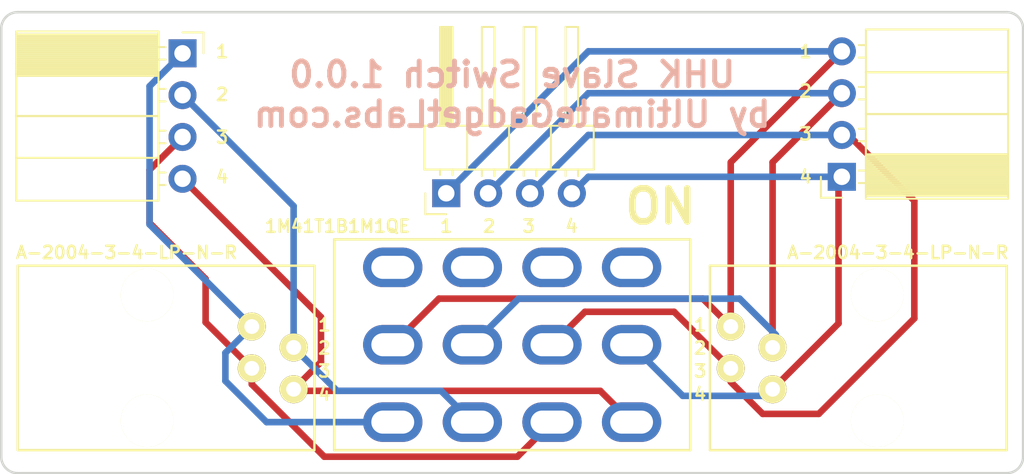
<source format=kicad_pcb>
(kicad_pcb (version 20170123) (host pcbnew no-vcs-found-33cc7b3~60~ubuntu16.04.1)

  (general
    (thickness 1.6)
    (drawings 33)
    (tracks 61)
    (zones 0)
    (modules 6)
    (nets 9)
  )

  (page A4)
  (title_block
    (title "UHK slave switch")
    (rev 1.0.0)
    (company "Ultimate Gadget Laboratories Kft.")
  )

  (layers
    (0 F.Cu signal)
    (31 B.Cu signal)
    (32 B.Adhes user)
    (33 F.Adhes user)
    (34 B.Paste user)
    (35 F.Paste user)
    (36 B.SilkS user)
    (37 F.SilkS user)
    (38 B.Mask user)
    (39 F.Mask user)
    (40 Dwgs.User user)
    (41 Cmts.User user)
    (42 Eco1.User user)
    (43 Eco2.User user)
    (44 Edge.Cuts user)
    (45 Margin user)
    (46 B.CrtYd user)
    (47 F.CrtYd user)
    (48 B.Fab user)
    (49 F.Fab user)
  )

  (setup
    (last_trace_width 0.4)
    (trace_clearance 0.4)
    (zone_clearance 0.508)
    (zone_45_only no)
    (trace_min 0.2)
    (segment_width 0.2)
    (edge_width 0.15)
    (via_size 0.8)
    (via_drill 0.4)
    (via_min_size 0.4)
    (via_min_drill 0.3)
    (uvia_size 0.3)
    (uvia_drill 0.1)
    (uvias_allowed no)
    (uvia_min_size 0.2)
    (uvia_min_drill 0.1)
    (pcb_text_width 0.3)
    (pcb_text_size 1.5 1.5)
    (mod_edge_width 0.15)
    (mod_text_size 1 1)
    (mod_text_width 0.15)
    (pad_size 1.524 1.524)
    (pad_drill 0.762)
    (pad_to_mask_clearance 0.2)
    (aux_axis_origin 0 0)
    (visible_elements FFFFFF7F)
    (pcbplotparams
      (layerselection 0x010f0_ffffffff)
      (usegerberextensions false)
      (usegerberattributes true)
      (usegerberadvancedattributes true)
      (creategerberjobfile true)
      (excludeedgelayer true)
      (linewidth 0.100000)
      (plotframeref false)
      (viasonmask false)
      (mode 1)
      (useauxorigin false)
      (hpglpennumber 1)
      (hpglpenspeed 20)
      (hpglpendiameter 15)
      (psnegative false)
      (psa4output false)
      (plotreference true)
      (plotvalue true)
      (plotinvisibletext false)
      (padsonsilk false)
      (subtractmaskfromsilk true)
      (outputformat 1)
      (mirror false)
      (drillshape 0)
      (scaleselection 1)
      (outputdirectory gerbers))
  )

  (net 0 "")
  (net 1 "Net-(P1-Pad4)")
  (net 2 "Net-(P1-Pad2)")
  (net 3 "Net-(P1-Pad3)")
  (net 4 "Net-(P1-Pad1)")
  (net 5 "Net-(P2-Pad1)")
  (net 6 "Net-(P2-Pad3)")
  (net 7 "Net-(P2-Pad2)")
  (net 8 "Net-(P2-Pad4)")

  (net_class Default "This is the default net class."
    (clearance 0.4)
    (trace_width 0.4)
    (via_dia 0.8)
    (via_drill 0.4)
    (uvia_dia 0.3)
    (uvia_drill 0.1)
    (add_net "Net-(P1-Pad1)")
    (add_net "Net-(P1-Pad2)")
    (add_net "Net-(P1-Pad3)")
    (add_net "Net-(P1-Pad4)")
    (add_net "Net-(P2-Pad1)")
    (add_net "Net-(P2-Pad2)")
    (add_net "Net-(P2-Pad3)")
    (add_net "Net-(P2-Pad4)")
  )

  (module UGL:4P4C_Jack_A-2004-3-4-LP-N-R (layer F.Cu) (tedit 59C04029) (tstamp 59C0E617)
    (at 115 103 270)
    (descr "4P4C  jack")
    (path /59C024F1)
    (fp_text reference P1 (at 0 -19.25 270) (layer F.SilkS) hide
      (effects (font (size 0.75 0.75) (thickness 0.15)))
    )
    (fp_text value CONN_4 (at 0 1.2 270) (layer F.SilkS) hide
      (effects (font (size 0.75 0.75) (thickness 0.15)))
    )
    (fp_line (start 5.6 0) (end 5.6 -18) (layer F.SilkS) (width 0.15))
    (fp_line (start 5.59 -18) (end -5.59 -18) (layer F.SilkS) (width 0.15))
    (fp_line (start -5.6 -18) (end -5.6 0) (layer F.SilkS) (width 0.15))
    (fp_line (start -5.59 0) (end 5.59 0) (layer F.SilkS) (width 0.15))
    (fp_circle (center -1.905 -14.23) (end -3.905 -14.23) (layer Eco1.User) (width 0.01))
    (fp_circle (center 0.635 -14.23) (end 2.635 -14.23) (layer Eco1.User) (width 0.01))
    (fp_circle (center 1.905 -16.77) (end 3.905 -16.77) (layer Eco1.User) (width 0.01))
    (fp_circle (center -0.635 -16.77) (end -2.635 -16.77) (layer Eco1.User) (width 0.01))
    (pad "" np_thru_hole circle (at -3.82 -7.85 270) (size 3.2 3.2) (drill 3.2) (layers *.Cu *.Mask F.SilkS))
    (pad "" np_thru_hole circle (at 3.82 -7.85 270) (size 3.2 3.2) (drill 3.2) (layers *.Cu *.Mask F.SilkS))
    (pad 4 thru_hole circle (at -1.905 -14.2 270) (size 1.7 1.7) (drill 0.9) (layers *.Cu *.Mask F.SilkS)
      (net 1 "Net-(P1-Pad4)"))
    (pad 2 thru_hole circle (at 0.635 -14.2 270) (size 1.7 1.7) (drill 0.9) (layers *.Cu *.Mask F.SilkS)
      (net 2 "Net-(P1-Pad2)"))
    (pad 3 thru_hole circle (at -0.635 -16.74 270) (size 1.7 1.7) (drill 0.9) (layers *.Cu *.Mask F.SilkS)
      (net 3 "Net-(P1-Pad3)"))
    (pad 1 thru_hole circle (at 1.905 -16.74 270) (size 1.7 1.7) (drill 0.9) (layers *.Cu *.Mask F.SilkS)
      (net 4 "Net-(P1-Pad1)"))
  )

  (module UGL:4P4C_Jack_A-2004-3-4-LP-N-R (layer F.Cu) (tedit 59C0402D) (tstamp 59C0E629)
    (at 175 103 90)
    (descr "4P4C  jack")
    (path /59C02A2E)
    (fp_text reference P2 (at 0 -19.25 90) (layer F.SilkS) hide
      (effects (font (size 0.75 0.75) (thickness 0.15)))
    )
    (fp_text value CONN_4 (at 0 1.2 90) (layer F.SilkS) hide
      (effects (font (size 0.75 0.75) (thickness 0.15)))
    )
    (fp_circle (center -0.635 -16.77) (end -2.635 -16.77) (layer Eco1.User) (width 0.01))
    (fp_circle (center 1.905 -16.77) (end 3.905 -16.77) (layer Eco1.User) (width 0.01))
    (fp_circle (center 0.635 -14.23) (end 2.635 -14.23) (layer Eco1.User) (width 0.01))
    (fp_circle (center -1.905 -14.23) (end -3.905 -14.23) (layer Eco1.User) (width 0.01))
    (fp_line (start -5.59 0) (end 5.59 0) (layer F.SilkS) (width 0.15))
    (fp_line (start -5.6 -18) (end -5.6 0) (layer F.SilkS) (width 0.15))
    (fp_line (start 5.59 -18) (end -5.59 -18) (layer F.SilkS) (width 0.15))
    (fp_line (start 5.6 0) (end 5.6 -18) (layer F.SilkS) (width 0.15))
    (pad 1 thru_hole circle (at 1.905 -16.74 90) (size 1.7 1.7) (drill 0.9) (layers *.Cu *.Mask F.SilkS)
      (net 5 "Net-(P2-Pad1)"))
    (pad 3 thru_hole circle (at -0.635 -16.74 90) (size 1.7 1.7) (drill 0.9) (layers *.Cu *.Mask F.SilkS)
      (net 6 "Net-(P2-Pad3)"))
    (pad 2 thru_hole circle (at 0.635 -14.2 90) (size 1.7 1.7) (drill 0.9) (layers *.Cu *.Mask F.SilkS)
      (net 7 "Net-(P2-Pad2)"))
    (pad 4 thru_hole circle (at -1.905 -14.2 90) (size 1.7 1.7) (drill 0.9) (layers *.Cu *.Mask F.SilkS)
      (net 8 "Net-(P2-Pad4)"))
    (pad "" np_thru_hole circle (at 3.82 -7.85 90) (size 3.2 3.2) (drill 3.2) (layers *.Cu *.Mask F.SilkS))
    (pad "" np_thru_hole circle (at -3.82 -7.85 90) (size 3.2 3.2) (drill 3.2) (layers *.Cu *.Mask F.SilkS))
  )

  (module Socket_Strips:Socket_Strip_Angled_1x04_Pitch2.54mm (layer F.Cu) (tedit 59C0463D) (tstamp 59C0E686)
    (at 125 84.5)
    (descr "Through hole angled socket strip, 1x04, 2.54mm pitch, 8.51mm socket length, single row")
    (tags "Through hole angled socket strip THT 1x04 2.54mm single row")
    (path /59C0291E)
    (fp_text reference P3 (at -4.38 -2.27) (layer F.Fab)
      (effects (font (size 1 1) (thickness 0.15)))
    )
    (fp_text value CONN_4 (at -4.38 9.89) (layer F.Fab)
      (effects (font (size 1 1) (thickness 0.15)))
    )
    (fp_text user %R (at -4.38 -2.27) (layer F.Fab)
      (effects (font (size 1 1) (thickness 0.15)))
    )
    (fp_line (start -10.55 -1.8) (end 1.8 -1.8) (layer F.CrtYd) (width 0.05))
    (fp_line (start -10.55 9.4) (end -10.55 -1.8) (layer F.CrtYd) (width 0.05))
    (fp_line (start 1.8 9.4) (end -10.55 9.4) (layer F.CrtYd) (width 0.05))
    (fp_line (start 1.8 -1.8) (end 1.8 9.4) (layer F.CrtYd) (width 0.05))
    (fp_line (start 1.27 -1.27) (end 1.27 0) (layer F.SilkS) (width 0.12))
    (fp_line (start 0 -1.27) (end 1.27 -1.27) (layer F.SilkS) (width 0.12))
    (fp_line (start -1.03 8) (end -1.46 8) (layer F.SilkS) (width 0.12))
    (fp_line (start -1.03 7.24) (end -1.46 7.24) (layer F.SilkS) (width 0.12))
    (fp_line (start -10.09 6.35) (end -1.46 6.35) (layer F.SilkS) (width 0.12))
    (fp_line (start -10.09 8.95) (end -10.09 6.35) (layer F.SilkS) (width 0.12))
    (fp_line (start -1.46 8.95) (end -10.09 8.95) (layer F.SilkS) (width 0.12))
    (fp_line (start -1.46 6.35) (end -1.46 8.95) (layer F.SilkS) (width 0.12))
    (fp_line (start -1.03 5.46) (end -1.46 5.46) (layer F.SilkS) (width 0.12))
    (fp_line (start -1.03 4.7) (end -1.46 4.7) (layer F.SilkS) (width 0.12))
    (fp_line (start -10.09 3.81) (end -1.46 3.81) (layer F.SilkS) (width 0.12))
    (fp_line (start -10.09 6.35) (end -10.09 3.81) (layer F.SilkS) (width 0.12))
    (fp_line (start -1.46 6.35) (end -10.09 6.35) (layer F.SilkS) (width 0.12))
    (fp_line (start -1.46 3.81) (end -1.46 6.35) (layer F.SilkS) (width 0.12))
    (fp_line (start -1.03 2.92) (end -1.46 2.92) (layer F.SilkS) (width 0.12))
    (fp_line (start -1.03 2.16) (end -1.46 2.16) (layer F.SilkS) (width 0.12))
    (fp_line (start -10.09 1.27) (end -1.46 1.27) (layer F.SilkS) (width 0.12))
    (fp_line (start -10.09 3.81) (end -10.09 1.27) (layer F.SilkS) (width 0.12))
    (fp_line (start -1.46 3.81) (end -10.09 3.81) (layer F.SilkS) (width 0.12))
    (fp_line (start -1.46 1.27) (end -1.46 3.81) (layer F.SilkS) (width 0.12))
    (fp_line (start -1.46 1.37) (end -10.09 1.37) (layer F.SilkS) (width 0.12))
    (fp_line (start -1.46 1.25) (end -10.09 1.25) (layer F.SilkS) (width 0.12))
    (fp_line (start -1.46 1.13) (end -10.09 1.13) (layer F.SilkS) (width 0.12))
    (fp_line (start -1.46 1.01) (end -10.09 1.01) (layer F.SilkS) (width 0.12))
    (fp_line (start -1.46 0.89) (end -10.09 0.89) (layer F.SilkS) (width 0.12))
    (fp_line (start -1.46 0.77) (end -10.09 0.77) (layer F.SilkS) (width 0.12))
    (fp_line (start -1.46 0.65) (end -10.09 0.65) (layer F.SilkS) (width 0.12))
    (fp_line (start -1.46 0.53) (end -10.09 0.53) (layer F.SilkS) (width 0.12))
    (fp_line (start -1.46 0.41) (end -10.09 0.41) (layer F.SilkS) (width 0.12))
    (fp_line (start -1.46 0.29) (end -10.09 0.29) (layer F.SilkS) (width 0.12))
    (fp_line (start -1.46 0.17) (end -10.09 0.17) (layer F.SilkS) (width 0.12))
    (fp_line (start -1.46 0.05) (end -10.09 0.05) (layer F.SilkS) (width 0.12))
    (fp_line (start -1.46 -0.07) (end -10.09 -0.07) (layer F.SilkS) (width 0.12))
    (fp_line (start -1.46 -0.19) (end -10.09 -0.19) (layer F.SilkS) (width 0.12))
    (fp_line (start -1.46 -0.31) (end -10.09 -0.31) (layer F.SilkS) (width 0.12))
    (fp_line (start -1.46 -0.43) (end -10.09 -0.43) (layer F.SilkS) (width 0.12))
    (fp_line (start -1.46 -0.55) (end -10.09 -0.55) (layer F.SilkS) (width 0.12))
    (fp_line (start -1.46 -0.67) (end -10.09 -0.67) (layer F.SilkS) (width 0.12))
    (fp_line (start -1.46 -0.79) (end -10.09 -0.79) (layer F.SilkS) (width 0.12))
    (fp_line (start -1.46 -0.91) (end -10.09 -0.91) (layer F.SilkS) (width 0.12))
    (fp_line (start -1.46 -1.03) (end -10.09 -1.03) (layer F.SilkS) (width 0.12))
    (fp_line (start -1.46 -1.15) (end -10.09 -1.15) (layer F.SilkS) (width 0.12))
    (fp_line (start -1.03 0.38) (end -1.46 0.38) (layer F.SilkS) (width 0.12))
    (fp_line (start -1.03 -0.38) (end -1.46 -0.38) (layer F.SilkS) (width 0.12))
    (fp_line (start -10.09 -1.33) (end -1.46 -1.33) (layer F.SilkS) (width 0.12))
    (fp_line (start -10.09 1.27) (end -10.09 -1.33) (layer F.SilkS) (width 0.12))
    (fp_line (start -1.46 1.27) (end -10.09 1.27) (layer F.SilkS) (width 0.12))
    (fp_line (start -1.46 -1.33) (end -1.46 1.27) (layer F.SilkS) (width 0.12))
    (fp_line (start -1.52 7.3) (end 0 7.3) (layer F.Fab) (width 0.1))
    (fp_line (start -1.52 7.94) (end -1.52 7.3) (layer F.Fab) (width 0.1))
    (fp_line (start 0 7.94) (end -1.52 7.94) (layer F.Fab) (width 0.1))
    (fp_line (start 0 7.3) (end 0 7.94) (layer F.Fab) (width 0.1))
    (fp_line (start -10.03 6.35) (end -1.52 6.35) (layer F.Fab) (width 0.1))
    (fp_line (start -10.03 8.89) (end -10.03 6.35) (layer F.Fab) (width 0.1))
    (fp_line (start -1.52 8.89) (end -10.03 8.89) (layer F.Fab) (width 0.1))
    (fp_line (start -1.52 6.35) (end -1.52 8.89) (layer F.Fab) (width 0.1))
    (fp_line (start -1.52 4.76) (end 0 4.76) (layer F.Fab) (width 0.1))
    (fp_line (start -1.52 5.4) (end -1.52 4.76) (layer F.Fab) (width 0.1))
    (fp_line (start 0 5.4) (end -1.52 5.4) (layer F.Fab) (width 0.1))
    (fp_line (start 0 4.76) (end 0 5.4) (layer F.Fab) (width 0.1))
    (fp_line (start -10.03 3.81) (end -1.52 3.81) (layer F.Fab) (width 0.1))
    (fp_line (start -10.03 6.35) (end -10.03 3.81) (layer F.Fab) (width 0.1))
    (fp_line (start -1.52 6.35) (end -10.03 6.35) (layer F.Fab) (width 0.1))
    (fp_line (start -1.52 3.81) (end -1.52 6.35) (layer F.Fab) (width 0.1))
    (fp_line (start -1.52 2.22) (end 0 2.22) (layer F.Fab) (width 0.1))
    (fp_line (start -1.52 2.86) (end -1.52 2.22) (layer F.Fab) (width 0.1))
    (fp_line (start 0 2.86) (end -1.52 2.86) (layer F.Fab) (width 0.1))
    (fp_line (start 0 2.22) (end 0 2.86) (layer F.Fab) (width 0.1))
    (fp_line (start -10.03 1.27) (end -1.52 1.27) (layer F.Fab) (width 0.1))
    (fp_line (start -10.03 3.81) (end -10.03 1.27) (layer F.Fab) (width 0.1))
    (fp_line (start -1.52 3.81) (end -10.03 3.81) (layer F.Fab) (width 0.1))
    (fp_line (start -1.52 1.27) (end -1.52 3.81) (layer F.Fab) (width 0.1))
    (fp_line (start -1.52 -0.32) (end 0 -0.32) (layer F.Fab) (width 0.1))
    (fp_line (start -1.52 0.32) (end -1.52 -0.32) (layer F.Fab) (width 0.1))
    (fp_line (start 0 0.32) (end -1.52 0.32) (layer F.Fab) (width 0.1))
    (fp_line (start 0 -0.32) (end 0 0.32) (layer F.Fab) (width 0.1))
    (fp_line (start -10.03 -1.27) (end -1.52 -1.27) (layer F.Fab) (width 0.1))
    (fp_line (start -10.03 1.27) (end -10.03 -1.27) (layer F.Fab) (width 0.1))
    (fp_line (start -1.52 1.27) (end -10.03 1.27) (layer F.Fab) (width 0.1))
    (fp_line (start -1.52 -1.27) (end -1.52 1.27) (layer F.Fab) (width 0.1))
    (pad 4 thru_hole oval (at 0 7.62) (size 1.7 1.7) (drill 1) (layers *.Cu *.Mask)
      (net 4 "Net-(P1-Pad1)"))
    (pad 3 thru_hole oval (at 0 5.08) (size 1.7 1.7) (drill 1) (layers *.Cu *.Mask)
      (net 2 "Net-(P1-Pad2)"))
    (pad 2 thru_hole oval (at 0 2.54) (size 1.7 1.7) (drill 1) (layers *.Cu *.Mask)
      (net 3 "Net-(P1-Pad3)"))
    (pad 1 thru_hole rect (at 0 0) (size 1.7 1.7) (drill 1) (layers *.Cu *.Mask)
      (net 1 "Net-(P1-Pad4)"))
    (model ${KISYS3DMOD}/Socket_Strips.3dshapes/Socket_Strip_Angled_1x04_Pitch2.54mm.wrl
      (at (xyz 0 -0.15 0))
      (scale (xyz 1 1 1))
      (rotate (xyz 0 0 270))
    )
  )

  (module Socket_Strips:Socket_Strip_Angled_1x04_Pitch2.54mm (layer F.Cu) (tedit 59C04628) (tstamp 59C0E6E3)
    (at 165 92 180)
    (descr "Through hole angled socket strip, 1x04, 2.54mm pitch, 8.51mm socket length, single row")
    (tags "Through hole angled socket strip THT 1x04 2.54mm single row")
    (path /59C02AD3)
    (fp_text reference P4 (at -4.38 -2.27 180) (layer F.Fab)
      (effects (font (size 1 1) (thickness 0.15)))
    )
    (fp_text value CONN_4 (at -4.38 9.89 180) (layer F.Fab)
      (effects (font (size 1 1) (thickness 0.15)))
    )
    (fp_line (start -1.52 -1.27) (end -1.52 1.27) (layer F.Fab) (width 0.1))
    (fp_line (start -1.52 1.27) (end -10.03 1.27) (layer F.Fab) (width 0.1))
    (fp_line (start -10.03 1.27) (end -10.03 -1.27) (layer F.Fab) (width 0.1))
    (fp_line (start -10.03 -1.27) (end -1.52 -1.27) (layer F.Fab) (width 0.1))
    (fp_line (start 0 -0.32) (end 0 0.32) (layer F.Fab) (width 0.1))
    (fp_line (start 0 0.32) (end -1.52 0.32) (layer F.Fab) (width 0.1))
    (fp_line (start -1.52 0.32) (end -1.52 -0.32) (layer F.Fab) (width 0.1))
    (fp_line (start -1.52 -0.32) (end 0 -0.32) (layer F.Fab) (width 0.1))
    (fp_line (start -1.52 1.27) (end -1.52 3.81) (layer F.Fab) (width 0.1))
    (fp_line (start -1.52 3.81) (end -10.03 3.81) (layer F.Fab) (width 0.1))
    (fp_line (start -10.03 3.81) (end -10.03 1.27) (layer F.Fab) (width 0.1))
    (fp_line (start -10.03 1.27) (end -1.52 1.27) (layer F.Fab) (width 0.1))
    (fp_line (start 0 2.22) (end 0 2.86) (layer F.Fab) (width 0.1))
    (fp_line (start 0 2.86) (end -1.52 2.86) (layer F.Fab) (width 0.1))
    (fp_line (start -1.52 2.86) (end -1.52 2.22) (layer F.Fab) (width 0.1))
    (fp_line (start -1.52 2.22) (end 0 2.22) (layer F.Fab) (width 0.1))
    (fp_line (start -1.52 3.81) (end -1.52 6.35) (layer F.Fab) (width 0.1))
    (fp_line (start -1.52 6.35) (end -10.03 6.35) (layer F.Fab) (width 0.1))
    (fp_line (start -10.03 6.35) (end -10.03 3.81) (layer F.Fab) (width 0.1))
    (fp_line (start -10.03 3.81) (end -1.52 3.81) (layer F.Fab) (width 0.1))
    (fp_line (start 0 4.76) (end 0 5.4) (layer F.Fab) (width 0.1))
    (fp_line (start 0 5.4) (end -1.52 5.4) (layer F.Fab) (width 0.1))
    (fp_line (start -1.52 5.4) (end -1.52 4.76) (layer F.Fab) (width 0.1))
    (fp_line (start -1.52 4.76) (end 0 4.76) (layer F.Fab) (width 0.1))
    (fp_line (start -1.52 6.35) (end -1.52 8.89) (layer F.Fab) (width 0.1))
    (fp_line (start -1.52 8.89) (end -10.03 8.89) (layer F.Fab) (width 0.1))
    (fp_line (start -10.03 8.89) (end -10.03 6.35) (layer F.Fab) (width 0.1))
    (fp_line (start -10.03 6.35) (end -1.52 6.35) (layer F.Fab) (width 0.1))
    (fp_line (start 0 7.3) (end 0 7.94) (layer F.Fab) (width 0.1))
    (fp_line (start 0 7.94) (end -1.52 7.94) (layer F.Fab) (width 0.1))
    (fp_line (start -1.52 7.94) (end -1.52 7.3) (layer F.Fab) (width 0.1))
    (fp_line (start -1.52 7.3) (end 0 7.3) (layer F.Fab) (width 0.1))
    (fp_line (start -1.46 -1.33) (end -1.46 1.27) (layer F.SilkS) (width 0.12))
    (fp_line (start -1.46 1.27) (end -10.09 1.27) (layer F.SilkS) (width 0.12))
    (fp_line (start -10.09 1.27) (end -10.09 -1.33) (layer F.SilkS) (width 0.12))
    (fp_line (start -10.09 -1.33) (end -1.46 -1.33) (layer F.SilkS) (width 0.12))
    (fp_line (start -1.03 -0.38) (end -1.46 -0.38) (layer F.SilkS) (width 0.12))
    (fp_line (start -1.03 0.38) (end -1.46 0.38) (layer F.SilkS) (width 0.12))
    (fp_line (start -1.46 -1.15) (end -10.09 -1.15) (layer F.SilkS) (width 0.12))
    (fp_line (start -1.46 -1.03) (end -10.09 -1.03) (layer F.SilkS) (width 0.12))
    (fp_line (start -1.46 -0.91) (end -10.09 -0.91) (layer F.SilkS) (width 0.12))
    (fp_line (start -1.46 -0.79) (end -10.09 -0.79) (layer F.SilkS) (width 0.12))
    (fp_line (start -1.46 -0.67) (end -10.09 -0.67) (layer F.SilkS) (width 0.12))
    (fp_line (start -1.46 -0.55) (end -10.09 -0.55) (layer F.SilkS) (width 0.12))
    (fp_line (start -1.46 -0.43) (end -10.09 -0.43) (layer F.SilkS) (width 0.12))
    (fp_line (start -1.46 -0.31) (end -10.09 -0.31) (layer F.SilkS) (width 0.12))
    (fp_line (start -1.46 -0.19) (end -10.09 -0.19) (layer F.SilkS) (width 0.12))
    (fp_line (start -1.46 -0.07) (end -10.09 -0.07) (layer F.SilkS) (width 0.12))
    (fp_line (start -1.46 0.05) (end -10.09 0.05) (layer F.SilkS) (width 0.12))
    (fp_line (start -1.46 0.17) (end -10.09 0.17) (layer F.SilkS) (width 0.12))
    (fp_line (start -1.46 0.29) (end -10.09 0.29) (layer F.SilkS) (width 0.12))
    (fp_line (start -1.46 0.41) (end -10.09 0.41) (layer F.SilkS) (width 0.12))
    (fp_line (start -1.46 0.53) (end -10.09 0.53) (layer F.SilkS) (width 0.12))
    (fp_line (start -1.46 0.65) (end -10.09 0.65) (layer F.SilkS) (width 0.12))
    (fp_line (start -1.46 0.77) (end -10.09 0.77) (layer F.SilkS) (width 0.12))
    (fp_line (start -1.46 0.89) (end -10.09 0.89) (layer F.SilkS) (width 0.12))
    (fp_line (start -1.46 1.01) (end -10.09 1.01) (layer F.SilkS) (width 0.12))
    (fp_line (start -1.46 1.13) (end -10.09 1.13) (layer F.SilkS) (width 0.12))
    (fp_line (start -1.46 1.25) (end -10.09 1.25) (layer F.SilkS) (width 0.12))
    (fp_line (start -1.46 1.37) (end -10.09 1.37) (layer F.SilkS) (width 0.12))
    (fp_line (start -1.46 1.27) (end -1.46 3.81) (layer F.SilkS) (width 0.12))
    (fp_line (start -1.46 3.81) (end -10.09 3.81) (layer F.SilkS) (width 0.12))
    (fp_line (start -10.09 3.81) (end -10.09 1.27) (layer F.SilkS) (width 0.12))
    (fp_line (start -10.09 1.27) (end -1.46 1.27) (layer F.SilkS) (width 0.12))
    (fp_line (start -1.03 2.16) (end -1.46 2.16) (layer F.SilkS) (width 0.12))
    (fp_line (start -1.03 2.92) (end -1.46 2.92) (layer F.SilkS) (width 0.12))
    (fp_line (start -1.46 3.81) (end -1.46 6.35) (layer F.SilkS) (width 0.12))
    (fp_line (start -1.46 6.35) (end -10.09 6.35) (layer F.SilkS) (width 0.12))
    (fp_line (start -10.09 6.35) (end -10.09 3.81) (layer F.SilkS) (width 0.12))
    (fp_line (start -10.09 3.81) (end -1.46 3.81) (layer F.SilkS) (width 0.12))
    (fp_line (start -1.03 4.7) (end -1.46 4.7) (layer F.SilkS) (width 0.12))
    (fp_line (start -1.03 5.46) (end -1.46 5.46) (layer F.SilkS) (width 0.12))
    (fp_line (start -1.46 6.35) (end -1.46 8.95) (layer F.SilkS) (width 0.12))
    (fp_line (start -1.46 8.95) (end -10.09 8.95) (layer F.SilkS) (width 0.12))
    (fp_line (start -10.09 8.95) (end -10.09 6.35) (layer F.SilkS) (width 0.12))
    (fp_line (start -10.09 6.35) (end -1.46 6.35) (layer F.SilkS) (width 0.12))
    (fp_line (start -1.03 7.24) (end -1.46 7.24) (layer F.SilkS) (width 0.12))
    (fp_line (start -1.03 8) (end -1.46 8) (layer F.SilkS) (width 0.12))
    (fp_line (start 0 -1.27) (end 1.27 -1.27) (layer F.SilkS) (width 0.12))
    (fp_line (start 1.27 -1.27) (end 1.27 0) (layer F.SilkS) (width 0.12))
    (fp_line (start 1.8 -1.8) (end 1.8 9.4) (layer F.CrtYd) (width 0.05))
    (fp_line (start 1.8 9.4) (end -10.55 9.4) (layer F.CrtYd) (width 0.05))
    (fp_line (start -10.55 9.4) (end -10.55 -1.8) (layer F.CrtYd) (width 0.05))
    (fp_line (start -10.55 -1.8) (end 1.8 -1.8) (layer F.CrtYd) (width 0.05))
    (fp_text user %R (at -4.38 -2.27 180) (layer F.Fab)
      (effects (font (size 1 1) (thickness 0.15)))
    )
    (pad 1 thru_hole rect (at 0 0 180) (size 1.7 1.7) (drill 1) (layers *.Cu *.Mask)
      (net 8 "Net-(P2-Pad4)"))
    (pad 2 thru_hole oval (at 0 2.54 180) (size 1.7 1.7) (drill 1) (layers *.Cu *.Mask)
      (net 6 "Net-(P2-Pad3)"))
    (pad 3 thru_hole oval (at 0 5.08 180) (size 1.7 1.7) (drill 1) (layers *.Cu *.Mask)
      (net 7 "Net-(P2-Pad2)"))
    (pad 4 thru_hole oval (at 0 7.62 180) (size 1.7 1.7) (drill 1) (layers *.Cu *.Mask)
      (net 5 "Net-(P2-Pad1)"))
    (model ${KISYS3DMOD}/Socket_Strips.3dshapes/Socket_Strip_Angled_1x04_Pitch2.54mm.wrl
      (at (xyz 0 -0.15 0))
      (scale (xyz 1 1 1))
      (rotate (xyz 0 0 270))
    )
  )

  (module Pin_Headers:Pin_Header_Angled_1x04_Pitch2.54mm (layer F.Cu) (tedit 59C03F9C) (tstamp 59C0E730)
    (at 141 93 90)
    (descr "Through hole angled pin header, 1x04, 2.54mm pitch, 6mm pin length, single row")
    (tags "Through hole angled pin header THT 1x04 2.54mm single row")
    (path /59C02B25)
    (fp_text reference P5 (at 4.385 -2.27 90) (layer F.SilkS) hide
      (effects (font (size 1 1) (thickness 0.15)))
    )
    (fp_text value CONN_4 (at 4.385 9.89 90) (layer F.Fab)
      (effects (font (size 1 1) (thickness 0.15)))
    )
    (fp_text user %R (at 2.77 3.81 180) (layer F.Fab)
      (effects (font (size 1 1) (thickness 0.15)))
    )
    (fp_line (start 10.55 -1.8) (end -1.8 -1.8) (layer F.CrtYd) (width 0.05))
    (fp_line (start 10.55 9.4) (end 10.55 -1.8) (layer F.CrtYd) (width 0.05))
    (fp_line (start -1.8 9.4) (end 10.55 9.4) (layer F.CrtYd) (width 0.05))
    (fp_line (start -1.8 -1.8) (end -1.8 9.4) (layer F.CrtYd) (width 0.05))
    (fp_line (start -1.27 -1.27) (end 0 -1.27) (layer F.SilkS) (width 0.12))
    (fp_line (start -1.27 0) (end -1.27 -1.27) (layer F.SilkS) (width 0.12))
    (fp_line (start 1.042929 8) (end 1.44 8) (layer F.SilkS) (width 0.12))
    (fp_line (start 1.042929 7.24) (end 1.44 7.24) (layer F.SilkS) (width 0.12))
    (fp_line (start 10.1 8) (end 4.1 8) (layer F.SilkS) (width 0.12))
    (fp_line (start 10.1 7.24) (end 10.1 8) (layer F.SilkS) (width 0.12))
    (fp_line (start 4.1 7.24) (end 10.1 7.24) (layer F.SilkS) (width 0.12))
    (fp_line (start 1.44 6.35) (end 4.1 6.35) (layer F.SilkS) (width 0.12))
    (fp_line (start 1.042929 5.46) (end 1.44 5.46) (layer F.SilkS) (width 0.12))
    (fp_line (start 1.042929 4.7) (end 1.44 4.7) (layer F.SilkS) (width 0.12))
    (fp_line (start 10.1 5.46) (end 4.1 5.46) (layer F.SilkS) (width 0.12))
    (fp_line (start 10.1 4.7) (end 10.1 5.46) (layer F.SilkS) (width 0.12))
    (fp_line (start 4.1 4.7) (end 10.1 4.7) (layer F.SilkS) (width 0.12))
    (fp_line (start 1.44 3.81) (end 4.1 3.81) (layer F.SilkS) (width 0.12))
    (fp_line (start 1.042929 2.92) (end 1.44 2.92) (layer F.SilkS) (width 0.12))
    (fp_line (start 1.042929 2.16) (end 1.44 2.16) (layer F.SilkS) (width 0.12))
    (fp_line (start 10.1 2.92) (end 4.1 2.92) (layer F.SilkS) (width 0.12))
    (fp_line (start 10.1 2.16) (end 10.1 2.92) (layer F.SilkS) (width 0.12))
    (fp_line (start 4.1 2.16) (end 10.1 2.16) (layer F.SilkS) (width 0.12))
    (fp_line (start 1.44 1.27) (end 4.1 1.27) (layer F.SilkS) (width 0.12))
    (fp_line (start 1.11 0.38) (end 1.44 0.38) (layer F.SilkS) (width 0.12))
    (fp_line (start 1.11 -0.38) (end 1.44 -0.38) (layer F.SilkS) (width 0.12))
    (fp_line (start 4.1 0.28) (end 10.1 0.28) (layer F.SilkS) (width 0.12))
    (fp_line (start 4.1 0.16) (end 10.1 0.16) (layer F.SilkS) (width 0.12))
    (fp_line (start 4.1 0.04) (end 10.1 0.04) (layer F.SilkS) (width 0.12))
    (fp_line (start 4.1 -0.08) (end 10.1 -0.08) (layer F.SilkS) (width 0.12))
    (fp_line (start 4.1 -0.2) (end 10.1 -0.2) (layer F.SilkS) (width 0.12))
    (fp_line (start 4.1 -0.32) (end 10.1 -0.32) (layer F.SilkS) (width 0.12))
    (fp_line (start 10.1 0.38) (end 4.1 0.38) (layer F.SilkS) (width 0.12))
    (fp_line (start 10.1 -0.38) (end 10.1 0.38) (layer F.SilkS) (width 0.12))
    (fp_line (start 4.1 -0.38) (end 10.1 -0.38) (layer F.SilkS) (width 0.12))
    (fp_line (start 4.1 -1.33) (end 1.44 -1.33) (layer F.SilkS) (width 0.12))
    (fp_line (start 4.1 8.95) (end 4.1 -1.33) (layer F.SilkS) (width 0.12))
    (fp_line (start 1.44 8.95) (end 4.1 8.95) (layer F.SilkS) (width 0.12))
    (fp_line (start 1.44 -1.33) (end 1.44 8.95) (layer F.SilkS) (width 0.12))
    (fp_line (start 4.04 7.94) (end 10.04 7.94) (layer F.Fab) (width 0.1))
    (fp_line (start 10.04 7.3) (end 10.04 7.94) (layer F.Fab) (width 0.1))
    (fp_line (start 4.04 7.3) (end 10.04 7.3) (layer F.Fab) (width 0.1))
    (fp_line (start -0.32 7.94) (end 1.5 7.94) (layer F.Fab) (width 0.1))
    (fp_line (start -0.32 7.3) (end -0.32 7.94) (layer F.Fab) (width 0.1))
    (fp_line (start -0.32 7.3) (end 1.5 7.3) (layer F.Fab) (width 0.1))
    (fp_line (start 4.04 5.4) (end 10.04 5.4) (layer F.Fab) (width 0.1))
    (fp_line (start 10.04 4.76) (end 10.04 5.4) (layer F.Fab) (width 0.1))
    (fp_line (start 4.04 4.76) (end 10.04 4.76) (layer F.Fab) (width 0.1))
    (fp_line (start -0.32 5.4) (end 1.5 5.4) (layer F.Fab) (width 0.1))
    (fp_line (start -0.32 4.76) (end -0.32 5.4) (layer F.Fab) (width 0.1))
    (fp_line (start -0.32 4.76) (end 1.5 4.76) (layer F.Fab) (width 0.1))
    (fp_line (start 4.04 2.86) (end 10.04 2.86) (layer F.Fab) (width 0.1))
    (fp_line (start 10.04 2.22) (end 10.04 2.86) (layer F.Fab) (width 0.1))
    (fp_line (start 4.04 2.22) (end 10.04 2.22) (layer F.Fab) (width 0.1))
    (fp_line (start -0.32 2.86) (end 1.5 2.86) (layer F.Fab) (width 0.1))
    (fp_line (start -0.32 2.22) (end -0.32 2.86) (layer F.Fab) (width 0.1))
    (fp_line (start -0.32 2.22) (end 1.5 2.22) (layer F.Fab) (width 0.1))
    (fp_line (start 4.04 0.32) (end 10.04 0.32) (layer F.Fab) (width 0.1))
    (fp_line (start 10.04 -0.32) (end 10.04 0.32) (layer F.Fab) (width 0.1))
    (fp_line (start 4.04 -0.32) (end 10.04 -0.32) (layer F.Fab) (width 0.1))
    (fp_line (start -0.32 0.32) (end 1.5 0.32) (layer F.Fab) (width 0.1))
    (fp_line (start -0.32 -0.32) (end -0.32 0.32) (layer F.Fab) (width 0.1))
    (fp_line (start -0.32 -0.32) (end 1.5 -0.32) (layer F.Fab) (width 0.1))
    (fp_line (start 1.5 -0.635) (end 2.135 -1.27) (layer F.Fab) (width 0.1))
    (fp_line (start 1.5 8.89) (end 1.5 -0.635) (layer F.Fab) (width 0.1))
    (fp_line (start 4.04 8.89) (end 1.5 8.89) (layer F.Fab) (width 0.1))
    (fp_line (start 4.04 -1.27) (end 4.04 8.89) (layer F.Fab) (width 0.1))
    (fp_line (start 2.135 -1.27) (end 4.04 -1.27) (layer F.Fab) (width 0.1))
    (pad 4 thru_hole oval (at 0 7.62 90) (size 1.7 1.7) (drill 1) (layers *.Cu *.Mask)
      (net 8 "Net-(P2-Pad4)"))
    (pad 3 thru_hole oval (at 0 5.08 90) (size 1.7 1.7) (drill 1) (layers *.Cu *.Mask)
      (net 6 "Net-(P2-Pad3)"))
    (pad 2 thru_hole oval (at 0 2.54 90) (size 1.7 1.7) (drill 1) (layers *.Cu *.Mask)
      (net 7 "Net-(P2-Pad2)"))
    (pad 1 thru_hole rect (at 0 0 90) (size 1.7 1.7) (drill 1) (layers *.Cu *.Mask)
      (net 5 "Net-(P2-Pad1)"))
    (model ${KISYS3DMOD}/Pin_Headers.3dshapes/Pin_Header_Angled_1x04_Pitch2.54mm.wrl
      (at (xyz 0 0 0))
      (scale (xyz 1 1 1))
      (rotate (xyz 0 0 0))
    )
  )

  (module UGL:1M41T1B1M1QE (layer F.Cu) (tedit 59C03FDF) (tstamp 59C0E744)
    (at 145 102.2)
    (path /59C117FA)
    (fp_text reference SW1 (at 0 7.4) (layer F.SilkS) hide
      (effects (font (size 1 1) (thickness 0.15)))
    )
    (fp_text value 4P3T (at 0 -7.3) (layer F.Fab)
      (effects (font (size 1 1) (thickness 0.15)))
    )
    (fp_line (start -10.8 6.4) (end -10.8 -6.4) (layer F.SilkS) (width 0.15))
    (fp_line (start 10.8 6.4) (end -10.8 6.4) (layer F.SilkS) (width 0.15))
    (fp_line (start 10.8 -6.4) (end 10.8 6.4) (layer F.SilkS) (width 0.15))
    (fp_line (start -10.8 -6.4) (end 10.8 -6.4) (layer F.SilkS) (width 0.15))
    (pad "" thru_hole oval (at -7.245 -4.7) (size 3.6 2.4) (drill oval 2.6 1.4) (layers *.Cu *.Mask))
    (pad "" thru_hole oval (at -2.415 -4.7) (size 3.6 2.4) (drill oval 2.6 1.4) (layers *.Cu *.Mask))
    (pad "" thru_hole oval (at 2.415 -4.7) (size 3.6 2.4) (drill oval 2.6 1.4) (layers *.Cu *.Mask))
    (pad "" thru_hole oval (at 7.245 -4.7) (size 3.6 2.4) (drill oval 2.6 1.4) (layers *.Cu *.Mask))
    (pad 8 thru_hole oval (at -7.245 0) (size 3.6 2.4) (drill oval 2.6 1.4) (layers *.Cu *.Mask)
      (net 5 "Net-(P2-Pad1)"))
    (pad 7 thru_hole oval (at -7.245 4.7) (size 3.6 2.4) (drill oval 2.6 1.4) (layers *.Cu *.Mask)
      (net 1 "Net-(P1-Pad4)"))
    (pad 6 thru_hole oval (at -2.415 0) (size 3.6 2.4) (drill oval 2.6 1.4) (layers *.Cu *.Mask)
      (net 7 "Net-(P2-Pad2)"))
    (pad 5 thru_hole oval (at -2.415 4.7) (size 3.6 2.4) (drill oval 2.6 1.4) (layers *.Cu *.Mask)
      (net 3 "Net-(P1-Pad3)"))
    (pad 4 thru_hole oval (at 2.415 0) (size 3.6 2.4) (drill oval 2.6 1.4) (layers *.Cu *.Mask)
      (net 6 "Net-(P2-Pad3)"))
    (pad 3 thru_hole oval (at 2.415 4.7) (size 3.6 2.4) (drill oval 2.6 1.4) (layers *.Cu *.Mask)
      (net 2 "Net-(P1-Pad2)"))
    (pad 2 thru_hole oval (at 7.245 0) (size 3.6 2.4) (drill oval 2.6 1.4) (layers *.Cu *.Mask)
      (net 8 "Net-(P2-Pad4)"))
    (pad 1 thru_hole oval (at 7.245 4.7) (size 3.6 2.4) (drill oval 2.6 1.4) (layers *.Cu *.Mask)
      (net 4 "Net-(P1-Pad1)"))
  )

  (gr_text "UHK Slave Switch 1.0.0\nby UltimateGadgetLabs.com" (at 145 87) (layer B.SilkS)
    (effects (font (size 1.5 1.5) (thickness 0.3)) (justify mirror))
  )
  (gr_text ON (at 154 93.8) (layer F.SilkS)
    (effects (font (size 2 2) (thickness 0.4)))
  )
  (gr_text 4 (at 133.6 105.2) (layer F.SilkS) (tstamp 59C211C1)
    (effects (font (size 0.75 0.75) (thickness 0.15)))
  )
  (gr_text 3 (at 133.6 103.8) (layer F.SilkS) (tstamp 59C211BF)
    (effects (font (size 0.75 0.75) (thickness 0.15)))
  )
  (gr_text 2 (at 133.6 102.4) (layer F.SilkS) (tstamp 59C211BD)
    (effects (font (size 0.75 0.75) (thickness 0.15)))
  )
  (gr_text 1 (at 133.6 101) (layer F.SilkS) (tstamp 59C211BB)
    (effects (font (size 0.75 0.75) (thickness 0.15)))
  )
  (gr_text 3 (at 156.4 103.8) (layer F.SilkS) (tstamp 59C211B9)
    (effects (font (size 0.75 0.75) (thickness 0.15)))
  )
  (gr_text 4 (at 156.4 105.2) (layer F.SilkS) (tstamp 59C211B7)
    (effects (font (size 0.75 0.75) (thickness 0.15)))
  )
  (gr_text 2 (at 156.4 102.4) (layer F.SilkS) (tstamp 59C211B5)
    (effects (font (size 0.75 0.75) (thickness 0.15)))
  )
  (gr_text 1 (at 156.4 101) (layer F.SilkS) (tstamp 59C211B3)
    (effects (font (size 0.75 0.75) (thickness 0.15)))
  )
  (gr_text 2 (at 143.6 95) (layer F.SilkS) (tstamp 59C211AD)
    (effects (font (size 0.75 0.75) (thickness 0.15)))
  )
  (gr_text 3 (at 146 95) (layer F.SilkS) (tstamp 59C211AB)
    (effects (font (size 0.75 0.75) (thickness 0.15)))
  )
  (gr_text 4 (at 148.6 95) (layer F.SilkS) (tstamp 59C211A9)
    (effects (font (size 0.75 0.75) (thickness 0.15)))
  )
  (gr_text 4 (at 127.4 92) (layer F.SilkS) (tstamp 59C211A7)
    (effects (font (size 0.75 0.75) (thickness 0.15)))
  )
  (gr_text 3 (at 127.4 89.6) (layer F.SilkS) (tstamp 59C211A5)
    (effects (font (size 0.75 0.75) (thickness 0.15)))
  )
  (gr_text 2 (at 127.4 87) (layer F.SilkS) (tstamp 59C211A3)
    (effects (font (size 0.75 0.75) (thickness 0.15)))
  )
  (gr_text 1 (at 162.8 84.4) (layer F.SilkS) (tstamp 59C211A1)
    (effects (font (size 0.75 0.75) (thickness 0.15)))
  )
  (gr_text 2 (at 162.8 86.8) (layer F.SilkS) (tstamp 59C2119F)
    (effects (font (size 0.75 0.75) (thickness 0.15)))
  )
  (gr_text 3 (at 162.8 89.4) (layer F.SilkS) (tstamp 59C2119D)
    (effects (font (size 0.75 0.75) (thickness 0.15)))
  )
  (gr_text 4 (at 162.8 92) (layer F.SilkS) (tstamp 59C21199)
    (effects (font (size 0.75 0.75) (thickness 0.15)))
  )
  (gr_text 1 (at 141 95) (layer F.SilkS) (tstamp 59C21197)
    (effects (font (size 0.75 0.75) (thickness 0.15)))
  )
  (gr_text 1 (at 127.4 84.4) (layer F.SilkS) (tstamp 59C21191)
    (effects (font (size 0.75 0.75) (thickness 0.15)))
  )
  (gr_text A-2004-3-4-LP-N-R (at 168.4 96.6) (layer F.SilkS) (tstamp 59C2118F)
    (effects (font (size 0.75 0.75) (thickness 0.15)))
  )
  (gr_text A-2004-3-4-LP-N-R (at 121.6 96.6) (layer F.SilkS) (tstamp 59C21189)
    (effects (font (size 0.75 0.75) (thickness 0.15)))
  )
  (gr_text 1M41T1B1M1QE (at 134.4 95) (layer F.SilkS)
    (effects (font (size 0.75 0.75) (thickness 0.15)))
  )
  (gr_arc (start 175 83) (end 175 82) (angle 90) (layer Edge.Cuts) (width 0.15))
  (gr_arc (start 175 109) (end 176 109) (angle 90) (layer Edge.Cuts) (width 0.15))
  (gr_arc (start 115 109) (end 115 110) (angle 90) (layer Edge.Cuts) (width 0.15))
  (gr_arc (start 115 83) (end 114 83) (angle 90) (layer Edge.Cuts) (width 0.15))
  (gr_line (start 114 109) (end 114 83) (angle 90) (layer Edge.Cuts) (width 0.15))
  (gr_line (start 175 82) (end 115 82) (angle 90) (layer Edge.Cuts) (width 0.15))
  (gr_line (start 176 109) (end 176 83) (angle 90) (layer Edge.Cuts) (width 0.15))
  (gr_line (start 115 110) (end 175 110) (angle 90) (layer Edge.Cuts) (width 0.15))

  (segment (start 129.2 101.095) (end 123 94.895) (width 0.4) (layer B.Cu) (net 1) (status 400000))
  (segment (start 123 86.5) (end 125 84.5) (width 0.4) (layer B.Cu) (net 1) (tstamp 59C20C5A) (status 800000))
  (segment (start 123 94.895) (end 123 86.5) (width 0.4) (layer B.Cu) (net 1) (tstamp 59C20C58))
  (segment (start 129.2 101.095) (end 127.6 102.695) (width 0.4) (layer B.Cu) (net 1) (status 400000))
  (segment (start 130.1 106.9) (end 137.755 106.9) (width 0.4) (layer B.Cu) (net 1) (tstamp 59C20C4E) (status 800000))
  (segment (start 127.6 104.4) (end 130.1 106.9) (width 0.4) (layer B.Cu) (net 1) (tstamp 59C20C4C))
  (segment (start 127.6 102.695) (end 127.6 104.4) (width 0.4) (layer B.Cu) (net 1) (tstamp 59C20C4A))
  (segment (start 129.2 103.635) (end 129.2 104.6) (width 0.4) (layer F.Cu) (net 2) (status 400000))
  (segment (start 145.315 109) (end 147.415 106.9) (width 0.4) (layer F.Cu) (net 2) (tstamp 59C20C3F) (status 800000))
  (segment (start 133.6 109) (end 145.315 109) (width 0.4) (layer F.Cu) (net 2) (tstamp 59C20C3D))
  (segment (start 129.2 104.6) (end 133.6 109) (width 0.4) (layer F.Cu) (net 2) (tstamp 59C20C3C))
  (segment (start 129.2 103.635) (end 126.4 100.835) (width 0.4) (layer F.Cu) (net 2) (status 400000))
  (segment (start 123 91.58) (end 125 89.58) (width 0.4) (layer F.Cu) (net 2) (tstamp 59C20C72) (status 800000))
  (segment (start 123 94.8) (end 123 91.58) (width 0.4) (layer F.Cu) (net 2) (tstamp 59C20C70))
  (segment (start 126.4 98.2) (end 123 94.8) (width 0.4) (layer F.Cu) (net 2) (tstamp 59C20C6E))
  (segment (start 126.4 100.835) (end 126.4 98.2) (width 0.4) (layer F.Cu) (net 2) (tstamp 59C20C6C))
  (segment (start 129.2 103.635) (end 129.2 104.4) (width 0.25) (layer F.Cu) (net 2) (status C00000))
  (segment (start 131.74 102.365) (end 131.74 93.78) (width 0.4) (layer B.Cu) (net 3) (status 400000))
  (segment (start 131.74 93.78) (end 125 87.04) (width 0.4) (layer B.Cu) (net 3) (tstamp 59C20C5E) (status 800000))
  (segment (start 131.74 102.365) (end 134.375 105) (width 0.4) (layer B.Cu) (net 3) (status 400000))
  (segment (start 140.685 105) (end 142.585 106.9) (width 0.4) (layer B.Cu) (net 3) (tstamp 59C20C46) (status 800000))
  (segment (start 134.375 105) (end 140.685 105) (width 0.4) (layer B.Cu) (net 3) (tstamp 59C20C44))
  (segment (start 131.74 104.905) (end 133.4 103.245) (width 0.4) (layer F.Cu) (net 4) (status 400000))
  (segment (start 133.4 100.52) (end 125 92.12) (width 0.4) (layer F.Cu) (net 4) (tstamp 59C20C78) (status 800000))
  (segment (start 133.4 103.245) (end 133.4 100.52) (width 0.4) (layer F.Cu) (net 4) (tstamp 59C20C76))
  (segment (start 131.74 104.905) (end 131.835 105) (width 0.25) (layer F.Cu) (net 4) (status C00000))
  (segment (start 131.835 105) (end 150.345 105) (width 0.4) (layer F.Cu) (net 4) (tstamp 59C20C37) (status 400000))
  (segment (start 150.345 105) (end 152.245 106.9) (width 0.4) (layer F.Cu) (net 4) (tstamp 59C20C38) (status 800000))
  (segment (start 165 84.38) (end 149.62 84.38) (width 0.4) (layer B.Cu) (net 5) (status 400000))
  (segment (start 149.62 84.38) (end 141 93) (width 0.4) (layer B.Cu) (net 5) (tstamp 59C21254) (status 800000))
  (segment (start 158.26 101.095) (end 156.565 99.4) (width 0.4) (layer F.Cu) (net 5) (status 400000))
  (segment (start 140.555 99.4) (end 137.755 102.2) (width 0.4) (layer F.Cu) (net 5) (tstamp 59C20C17) (status 800000))
  (segment (start 156.565 99.4) (end 140.555 99.4) (width 0.4) (layer F.Cu) (net 5) (tstamp 59C20C15))
  (segment (start 165 84.38) (end 158.29 91.09) (width 0.4) (layer F.Cu) (net 5) (status 400000))
  (segment (start 158.29 91.09) (end 158.26 91.12) (width 0.25) (layer F.Cu) (net 5) (tstamp 59C20BE6))
  (segment (start 158.26 91.12) (end 158.26 101.095) (width 0.4) (layer F.Cu) (net 5) (tstamp 59C20BDA) (status 800000))
  (segment (start 165 89.46) (end 149.62 89.46) (width 0.4) (layer B.Cu) (net 6) (status 400000))
  (segment (start 149.62 89.46) (end 146.08 93) (width 0.4) (layer B.Cu) (net 6) (tstamp 59C21246) (status 800000))
  (segment (start 158.26 103.635) (end 154.825 100.2) (width 0.4) (layer F.Cu) (net 6) (status 400000))
  (segment (start 149.415 100.2) (end 147.415 102.2) (width 0.4) (layer F.Cu) (net 6) (tstamp 59C20C1D) (status 800000))
  (segment (start 154.825 100.2) (end 149.415 100.2) (width 0.4) (layer F.Cu) (net 6) (tstamp 59C20C1B))
  (segment (start 165.4 89.46) (end 169.4 93.46) (width 0.4) (layer F.Cu) (net 6))
  (segment (start 160.2 106.4) (end 158.26 104.46) (width 0.4) (layer F.Cu) (net 6) (tstamp 59C20C0D))
  (segment (start 163.6 106.4) (end 160.2 106.4) (width 0.4) (layer F.Cu) (net 6) (tstamp 59C20C0B))
  (segment (start 169.4 100.6) (end 163.6 106.4) (width 0.4) (layer F.Cu) (net 6) (tstamp 59C20C09))
  (segment (start 169.4 93.46) (end 169.4 100.6) (width 0.4) (layer F.Cu) (net 6) (tstamp 59C20C07))
  (segment (start 158.26 104.46) (end 158.26 103.635) (width 0.25) (layer F.Cu) (net 6) (tstamp 59C20C0F) (status 800000))
  (segment (start 165 86.92) (end 149.62 86.92) (width 0.4) (layer B.Cu) (net 7) (status 400000))
  (segment (start 149.62 86.92) (end 143.54 93) (width 0.4) (layer B.Cu) (net 7) (tstamp 59C21242) (status 800000))
  (segment (start 160.8 102.365) (end 160.8 101.6) (width 0.25) (layer B.Cu) (net 7) (status C00000))
  (segment (start 161 101.6) (end 158.8 99.4) (width 0.4) (layer B.Cu) (net 7) (tstamp 59C20C27))
  (segment (start 145.385 99.4) (end 142.585 102.2) (width 0.4) (layer B.Cu) (net 7) (tstamp 59C20C2A) (status 800000))
  (segment (start 158.8 99.4) (end 145.385 99.4) (width 0.4) (layer B.Cu) (net 7) (tstamp 59C20C28))
  (segment (start 165 86.92) (end 160.8 91.12) (width 0.4) (layer F.Cu) (net 7) (status 400000))
  (segment (start 160.8 91.12) (end 160.8 102.365) (width 0.4) (layer F.Cu) (net 7) (tstamp 59C20BD6) (status 800000))
  (segment (start 165 92) (end 149.62 92) (width 0.4) (layer B.Cu) (net 8) (status 400000))
  (segment (start 149.62 92) (end 148.62 93) (width 0.4) (layer B.Cu) (net 8) (tstamp 59C2124A) (status 800000))
  (segment (start 161 105.305) (end 155.35 105.305) (width 0.4) (layer B.Cu) (net 8))
  (segment (start 155.35 105.305) (end 152.245 102.2) (width 0.4) (layer B.Cu) (net 8) (tstamp 59C20C23) (status 800000))
  (segment (start 164.8 92.2) (end 164.8 100.905) (width 0.4) (layer F.Cu) (net 8))
  (segment (start 164.8 100.905) (end 160.8 104.905) (width 0.4) (layer F.Cu) (net 8) (tstamp 59C20BC2) (status 800000))

)

</source>
